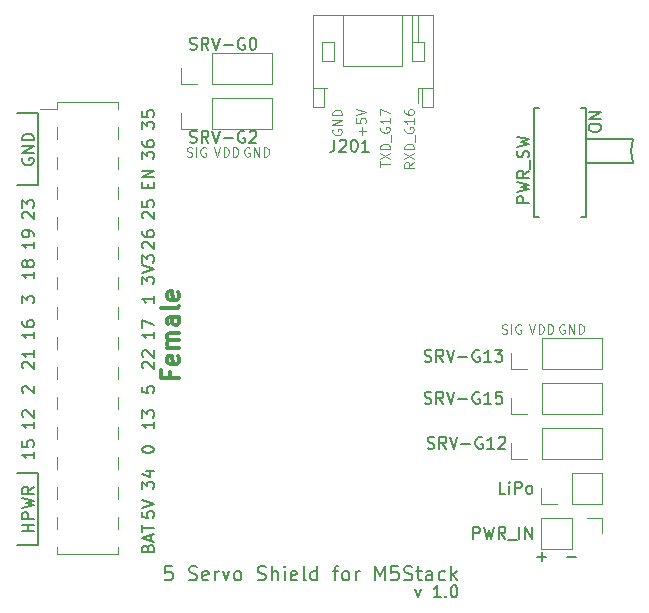
<source format=gto>
G04 #@! TF.GenerationSoftware,KiCad,Pcbnew,(5.1.8-0-10_14)*
G04 #@! TF.CreationDate,2022-01-15T10:54:34+09:00*
G04 #@! TF.ProjectId,M5_DirectServo,4d355f44-6972-4656-9374-536572766f2e,v1.0*
G04 #@! TF.SameCoordinates,Original*
G04 #@! TF.FileFunction,Legend,Top*
G04 #@! TF.FilePolarity,Positive*
%FSLAX46Y46*%
G04 Gerber Fmt 4.6, Leading zero omitted, Abs format (unit mm)*
G04 Created by KiCad (PCBNEW (5.1.8-0-10_14)) date 2022-01-15 10:54:34*
%MOMM*%
%LPD*%
G01*
G04 APERTURE LIST*
%ADD10C,0.100000*%
%ADD11C,0.150000*%
%ADD12C,0.300000*%
%ADD13C,0.200000*%
%ADD14C,0.120000*%
%ADD15O,1.200000X1.750000*%
%ADD16R,3.500000X2.800000*%
%ADD17R,1.350000X1.350000*%
%ADD18O,1.350000X1.350000*%
%ADD19R,1.700000X1.700000*%
%ADD20O,1.700000X1.700000*%
%ADD21C,1.700000*%
%ADD22C,1.000000*%
%ADD23C,0.800000*%
%ADD24R,3.150000X1.000000*%
%ADD25C,3.200000*%
%ADD26C,2.200000*%
G04 APERTURE END LIST*
D10*
X123710476Y-92722000D02*
X123634285Y-92683904D01*
X123520000Y-92683904D01*
X123405714Y-92722000D01*
X123329523Y-92798190D01*
X123291428Y-92874380D01*
X123253333Y-93026761D01*
X123253333Y-93141047D01*
X123291428Y-93293428D01*
X123329523Y-93369619D01*
X123405714Y-93445809D01*
X123520000Y-93483904D01*
X123596190Y-93483904D01*
X123710476Y-93445809D01*
X123748571Y-93407714D01*
X123748571Y-93141047D01*
X123596190Y-93141047D01*
X124091428Y-93483904D02*
X124091428Y-92683904D01*
X124548571Y-93483904D01*
X124548571Y-92683904D01*
X124929523Y-93483904D02*
X124929523Y-92683904D01*
X125120000Y-92683904D01*
X125234285Y-92722000D01*
X125310476Y-92798190D01*
X125348571Y-92874380D01*
X125386666Y-93026761D01*
X125386666Y-93141047D01*
X125348571Y-93293428D01*
X125310476Y-93369619D01*
X125234285Y-93445809D01*
X125120000Y-93483904D01*
X124929523Y-93483904D01*
X120713333Y-92683904D02*
X120980000Y-93483904D01*
X121246666Y-92683904D01*
X121513333Y-93483904D02*
X121513333Y-92683904D01*
X121703809Y-92683904D01*
X121818095Y-92722000D01*
X121894285Y-92798190D01*
X121932380Y-92874380D01*
X121970476Y-93026761D01*
X121970476Y-93141047D01*
X121932380Y-93293428D01*
X121894285Y-93369619D01*
X121818095Y-93445809D01*
X121703809Y-93483904D01*
X121513333Y-93483904D01*
X122313333Y-93483904D02*
X122313333Y-92683904D01*
X122503809Y-92683904D01*
X122618095Y-92722000D01*
X122694285Y-92798190D01*
X122732380Y-92874380D01*
X122770476Y-93026761D01*
X122770476Y-93141047D01*
X122732380Y-93293428D01*
X122694285Y-93369619D01*
X122618095Y-93445809D01*
X122503809Y-93483904D01*
X122313333Y-93483904D01*
X118420952Y-93445809D02*
X118535238Y-93483904D01*
X118725714Y-93483904D01*
X118801904Y-93445809D01*
X118840000Y-93407714D01*
X118878095Y-93331523D01*
X118878095Y-93255333D01*
X118840000Y-93179142D01*
X118801904Y-93141047D01*
X118725714Y-93102952D01*
X118573333Y-93064857D01*
X118497142Y-93026761D01*
X118459047Y-92988666D01*
X118420952Y-92912476D01*
X118420952Y-92836285D01*
X118459047Y-92760095D01*
X118497142Y-92722000D01*
X118573333Y-92683904D01*
X118763809Y-92683904D01*
X118878095Y-92722000D01*
X119220952Y-93483904D02*
X119220952Y-92683904D01*
X120020952Y-92722000D02*
X119944761Y-92683904D01*
X119830476Y-92683904D01*
X119716190Y-92722000D01*
X119640000Y-92798190D01*
X119601904Y-92874380D01*
X119563809Y-93026761D01*
X119563809Y-93141047D01*
X119601904Y-93293428D01*
X119640000Y-93369619D01*
X119716190Y-93445809D01*
X119830476Y-93483904D01*
X119906666Y-93483904D01*
X120020952Y-93445809D01*
X120059047Y-93407714D01*
X120059047Y-93141047D01*
X119906666Y-93141047D01*
D11*
X151370952Y-127340571D02*
X150609047Y-127340571D01*
X148830952Y-127340571D02*
X148069047Y-127340571D01*
X148450000Y-126959619D02*
X148450000Y-127721523D01*
D10*
X130778000Y-91191523D02*
X130739904Y-91267714D01*
X130739904Y-91382000D01*
X130778000Y-91496285D01*
X130854190Y-91572476D01*
X130930380Y-91610571D01*
X131082761Y-91648666D01*
X131197047Y-91648666D01*
X131349428Y-91610571D01*
X131425619Y-91572476D01*
X131501809Y-91496285D01*
X131539904Y-91382000D01*
X131539904Y-91305809D01*
X131501809Y-91191523D01*
X131463714Y-91153428D01*
X131197047Y-91153428D01*
X131197047Y-91305809D01*
X131539904Y-90810571D02*
X130739904Y-90810571D01*
X131539904Y-90353428D01*
X130739904Y-90353428D01*
X131539904Y-89972476D02*
X130739904Y-89972476D01*
X130739904Y-89782000D01*
X130778000Y-89667714D01*
X130854190Y-89591523D01*
X130930380Y-89553428D01*
X131082761Y-89515333D01*
X131197047Y-89515333D01*
X131349428Y-89553428D01*
X131425619Y-89591523D01*
X131501809Y-89667714D01*
X131539904Y-89782000D01*
X131539904Y-89972476D01*
X133267142Y-91610571D02*
X133267142Y-91001047D01*
X133571904Y-91305809D02*
X132962380Y-91305809D01*
X132771904Y-90239142D02*
X132771904Y-90620095D01*
X133152857Y-90658190D01*
X133114761Y-90620095D01*
X133076666Y-90543904D01*
X133076666Y-90353428D01*
X133114761Y-90277238D01*
X133152857Y-90239142D01*
X133229047Y-90201047D01*
X133419523Y-90201047D01*
X133495714Y-90239142D01*
X133533809Y-90277238D01*
X133571904Y-90353428D01*
X133571904Y-90543904D01*
X133533809Y-90620095D01*
X133495714Y-90658190D01*
X132771904Y-89972476D02*
X133571904Y-89705809D01*
X132771904Y-89439142D01*
X134803904Y-94328190D02*
X134803904Y-93871047D01*
X135603904Y-94099619D02*
X134803904Y-94099619D01*
X134803904Y-93680571D02*
X135603904Y-93147238D01*
X134803904Y-93147238D02*
X135603904Y-93680571D01*
X135603904Y-92842476D02*
X134803904Y-92842476D01*
X134803904Y-92652000D01*
X134842000Y-92537714D01*
X134918190Y-92461523D01*
X134994380Y-92423428D01*
X135146761Y-92385333D01*
X135261047Y-92385333D01*
X135413428Y-92423428D01*
X135489619Y-92461523D01*
X135565809Y-92537714D01*
X135603904Y-92652000D01*
X135603904Y-92842476D01*
X135680095Y-92232952D02*
X135680095Y-91623428D01*
X134842000Y-91013904D02*
X134803904Y-91090095D01*
X134803904Y-91204380D01*
X134842000Y-91318666D01*
X134918190Y-91394857D01*
X134994380Y-91432952D01*
X135146761Y-91471047D01*
X135261047Y-91471047D01*
X135413428Y-91432952D01*
X135489619Y-91394857D01*
X135565809Y-91318666D01*
X135603904Y-91204380D01*
X135603904Y-91128190D01*
X135565809Y-91013904D01*
X135527714Y-90975809D01*
X135261047Y-90975809D01*
X135261047Y-91128190D01*
X135603904Y-90213904D02*
X135603904Y-90671047D01*
X135603904Y-90442476D02*
X134803904Y-90442476D01*
X134918190Y-90518666D01*
X134994380Y-90594857D01*
X135032476Y-90671047D01*
X134803904Y-89947238D02*
X134803904Y-89413904D01*
X135603904Y-89756761D01*
X137635904Y-93979000D02*
X137254952Y-94245666D01*
X137635904Y-94436142D02*
X136835904Y-94436142D01*
X136835904Y-94131380D01*
X136874000Y-94055190D01*
X136912095Y-94017095D01*
X136988285Y-93979000D01*
X137102571Y-93979000D01*
X137178761Y-94017095D01*
X137216857Y-94055190D01*
X137254952Y-94131380D01*
X137254952Y-94436142D01*
X136835904Y-93712333D02*
X137635904Y-93179000D01*
X136835904Y-93179000D02*
X137635904Y-93712333D01*
X137635904Y-92874238D02*
X136835904Y-92874238D01*
X136835904Y-92683761D01*
X136874000Y-92569476D01*
X136950190Y-92493285D01*
X137026380Y-92455190D01*
X137178761Y-92417095D01*
X137293047Y-92417095D01*
X137445428Y-92455190D01*
X137521619Y-92493285D01*
X137597809Y-92569476D01*
X137635904Y-92683761D01*
X137635904Y-92874238D01*
X137712095Y-92264714D02*
X137712095Y-91655190D01*
X136874000Y-91045666D02*
X136835904Y-91121857D01*
X136835904Y-91236142D01*
X136874000Y-91350428D01*
X136950190Y-91426619D01*
X137026380Y-91464714D01*
X137178761Y-91502809D01*
X137293047Y-91502809D01*
X137445428Y-91464714D01*
X137521619Y-91426619D01*
X137597809Y-91350428D01*
X137635904Y-91236142D01*
X137635904Y-91159952D01*
X137597809Y-91045666D01*
X137559714Y-91007571D01*
X137293047Y-91007571D01*
X137293047Y-91159952D01*
X137635904Y-90245666D02*
X137635904Y-90702809D01*
X137635904Y-90474238D02*
X136835904Y-90474238D01*
X136950190Y-90550428D01*
X137026380Y-90626619D01*
X137064476Y-90702809D01*
X136835904Y-89559952D02*
X136835904Y-89712333D01*
X136874000Y-89788523D01*
X136912095Y-89826619D01*
X137026380Y-89902809D01*
X137178761Y-89940904D01*
X137483523Y-89940904D01*
X137559714Y-89902809D01*
X137597809Y-89864714D01*
X137635904Y-89788523D01*
X137635904Y-89636142D01*
X137597809Y-89559952D01*
X137559714Y-89521857D01*
X137483523Y-89483761D01*
X137293047Y-89483761D01*
X137216857Y-89521857D01*
X137178761Y-89559952D01*
X137140666Y-89636142D01*
X137140666Y-89788523D01*
X137178761Y-89864714D01*
X137216857Y-89902809D01*
X137293047Y-89940904D01*
X145090952Y-108431809D02*
X145205238Y-108469904D01*
X145395714Y-108469904D01*
X145471904Y-108431809D01*
X145510000Y-108393714D01*
X145548095Y-108317523D01*
X145548095Y-108241333D01*
X145510000Y-108165142D01*
X145471904Y-108127047D01*
X145395714Y-108088952D01*
X145243333Y-108050857D01*
X145167142Y-108012761D01*
X145129047Y-107974666D01*
X145090952Y-107898476D01*
X145090952Y-107822285D01*
X145129047Y-107746095D01*
X145167142Y-107708000D01*
X145243333Y-107669904D01*
X145433809Y-107669904D01*
X145548095Y-107708000D01*
X145890952Y-108469904D02*
X145890952Y-107669904D01*
X146690952Y-107708000D02*
X146614761Y-107669904D01*
X146500476Y-107669904D01*
X146386190Y-107708000D01*
X146310000Y-107784190D01*
X146271904Y-107860380D01*
X146233809Y-108012761D01*
X146233809Y-108127047D01*
X146271904Y-108279428D01*
X146310000Y-108355619D01*
X146386190Y-108431809D01*
X146500476Y-108469904D01*
X146576666Y-108469904D01*
X146690952Y-108431809D01*
X146729047Y-108393714D01*
X146729047Y-108127047D01*
X146576666Y-108127047D01*
X147383333Y-107669904D02*
X147650000Y-108469904D01*
X147916666Y-107669904D01*
X148183333Y-108469904D02*
X148183333Y-107669904D01*
X148373809Y-107669904D01*
X148488095Y-107708000D01*
X148564285Y-107784190D01*
X148602380Y-107860380D01*
X148640476Y-108012761D01*
X148640476Y-108127047D01*
X148602380Y-108279428D01*
X148564285Y-108355619D01*
X148488095Y-108431809D01*
X148373809Y-108469904D01*
X148183333Y-108469904D01*
X148983333Y-108469904D02*
X148983333Y-107669904D01*
X149173809Y-107669904D01*
X149288095Y-107708000D01*
X149364285Y-107784190D01*
X149402380Y-107860380D01*
X149440476Y-108012761D01*
X149440476Y-108127047D01*
X149402380Y-108279428D01*
X149364285Y-108355619D01*
X149288095Y-108431809D01*
X149173809Y-108469904D01*
X148983333Y-108469904D01*
X150380476Y-107708000D02*
X150304285Y-107669904D01*
X150190000Y-107669904D01*
X150075714Y-107708000D01*
X149999523Y-107784190D01*
X149961428Y-107860380D01*
X149923333Y-108012761D01*
X149923333Y-108127047D01*
X149961428Y-108279428D01*
X149999523Y-108355619D01*
X150075714Y-108431809D01*
X150190000Y-108469904D01*
X150266190Y-108469904D01*
X150380476Y-108431809D01*
X150418571Y-108393714D01*
X150418571Y-108127047D01*
X150266190Y-108127047D01*
X150761428Y-108469904D02*
X150761428Y-107669904D01*
X151218571Y-108469904D01*
X151218571Y-107669904D01*
X151599523Y-108469904D02*
X151599523Y-107669904D01*
X151790000Y-107669904D01*
X151904285Y-107708000D01*
X151980476Y-107784190D01*
X152018571Y-107860380D01*
X152056666Y-108012761D01*
X152056666Y-108127047D01*
X152018571Y-108279428D01*
X151980476Y-108355619D01*
X151904285Y-108431809D01*
X151790000Y-108469904D01*
X151599523Y-108469904D01*
D12*
X116973857Y-111758857D02*
X116973857Y-112258857D01*
X117759571Y-112258857D02*
X116259571Y-112258857D01*
X116259571Y-111544571D01*
X117688142Y-110401714D02*
X117759571Y-110544571D01*
X117759571Y-110830285D01*
X117688142Y-110973142D01*
X117545285Y-111044571D01*
X116973857Y-111044571D01*
X116831000Y-110973142D01*
X116759571Y-110830285D01*
X116759571Y-110544571D01*
X116831000Y-110401714D01*
X116973857Y-110330285D01*
X117116714Y-110330285D01*
X117259571Y-111044571D01*
X117759571Y-109687428D02*
X116759571Y-109687428D01*
X116902428Y-109687428D02*
X116831000Y-109616000D01*
X116759571Y-109473142D01*
X116759571Y-109258857D01*
X116831000Y-109116000D01*
X116973857Y-109044571D01*
X117759571Y-109044571D01*
X116973857Y-109044571D02*
X116831000Y-108973142D01*
X116759571Y-108830285D01*
X116759571Y-108616000D01*
X116831000Y-108473142D01*
X116973857Y-108401714D01*
X117759571Y-108401714D01*
X117759571Y-107044571D02*
X116973857Y-107044571D01*
X116831000Y-107116000D01*
X116759571Y-107258857D01*
X116759571Y-107544571D01*
X116831000Y-107687428D01*
X117688142Y-107044571D02*
X117759571Y-107187428D01*
X117759571Y-107544571D01*
X117688142Y-107687428D01*
X117545285Y-107758857D01*
X117402428Y-107758857D01*
X117259571Y-107687428D01*
X117188142Y-107544571D01*
X117188142Y-107187428D01*
X117116714Y-107044571D01*
X117759571Y-106116000D02*
X117688142Y-106258857D01*
X117545285Y-106330285D01*
X116259571Y-106330285D01*
X117688142Y-104973142D02*
X117759571Y-105116000D01*
X117759571Y-105401714D01*
X117688142Y-105544571D01*
X117545285Y-105616000D01*
X116973857Y-105616000D01*
X116831000Y-105544571D01*
X116759571Y-105401714D01*
X116759571Y-105116000D01*
X116831000Y-104973142D01*
X116973857Y-104901714D01*
X117116714Y-104901714D01*
X117259571Y-105616000D01*
D11*
X152452380Y-91119047D02*
X152452380Y-90928571D01*
X152500000Y-90833333D01*
X152595238Y-90738095D01*
X152785714Y-90690476D01*
X153119047Y-90690476D01*
X153309523Y-90738095D01*
X153404761Y-90833333D01*
X153452380Y-90928571D01*
X153452380Y-91119047D01*
X153404761Y-91214285D01*
X153309523Y-91309523D01*
X153119047Y-91357142D01*
X152785714Y-91357142D01*
X152595238Y-91309523D01*
X152500000Y-91214285D01*
X152452380Y-91119047D01*
X153452380Y-90261904D02*
X152452380Y-90261904D01*
X153452380Y-89690476D01*
X152452380Y-89690476D01*
D13*
X137750476Y-130118714D02*
X137988571Y-130785380D01*
X138226666Y-130118714D01*
X139893333Y-130785380D02*
X139321904Y-130785380D01*
X139607619Y-130785380D02*
X139607619Y-129785380D01*
X139512380Y-129928238D01*
X139417142Y-130023476D01*
X139321904Y-130071095D01*
X140321904Y-130690142D02*
X140369523Y-130737761D01*
X140321904Y-130785380D01*
X140274285Y-130737761D01*
X140321904Y-130690142D01*
X140321904Y-130785380D01*
X140988571Y-129785380D02*
X141083809Y-129785380D01*
X141179047Y-129833000D01*
X141226666Y-129880619D01*
X141274285Y-129975857D01*
X141321904Y-130166333D01*
X141321904Y-130404428D01*
X141274285Y-130594904D01*
X141226666Y-130690142D01*
X141179047Y-130737761D01*
X141083809Y-130785380D01*
X140988571Y-130785380D01*
X140893333Y-130737761D01*
X140845714Y-130690142D01*
X140798095Y-130594904D01*
X140750476Y-130404428D01*
X140750476Y-130166333D01*
X140798095Y-129975857D01*
X140845714Y-129880619D01*
X140893333Y-129833000D01*
X140988571Y-129785380D01*
X117149142Y-128151857D02*
X116577714Y-128151857D01*
X116520571Y-128723285D01*
X116577714Y-128666142D01*
X116692000Y-128609000D01*
X116977714Y-128609000D01*
X117092000Y-128666142D01*
X117149142Y-128723285D01*
X117206285Y-128837571D01*
X117206285Y-129123285D01*
X117149142Y-129237571D01*
X117092000Y-129294714D01*
X116977714Y-129351857D01*
X116692000Y-129351857D01*
X116577714Y-129294714D01*
X116520571Y-129237571D01*
X118577714Y-129294714D02*
X118749142Y-129351857D01*
X119034857Y-129351857D01*
X119149142Y-129294714D01*
X119206285Y-129237571D01*
X119263428Y-129123285D01*
X119263428Y-129009000D01*
X119206285Y-128894714D01*
X119149142Y-128837571D01*
X119034857Y-128780428D01*
X118806285Y-128723285D01*
X118692000Y-128666142D01*
X118634857Y-128609000D01*
X118577714Y-128494714D01*
X118577714Y-128380428D01*
X118634857Y-128266142D01*
X118692000Y-128209000D01*
X118806285Y-128151857D01*
X119092000Y-128151857D01*
X119263428Y-128209000D01*
X120234857Y-129294714D02*
X120120571Y-129351857D01*
X119892000Y-129351857D01*
X119777714Y-129294714D01*
X119720571Y-129180428D01*
X119720571Y-128723285D01*
X119777714Y-128609000D01*
X119892000Y-128551857D01*
X120120571Y-128551857D01*
X120234857Y-128609000D01*
X120292000Y-128723285D01*
X120292000Y-128837571D01*
X119720571Y-128951857D01*
X120806285Y-129351857D02*
X120806285Y-128551857D01*
X120806285Y-128780428D02*
X120863428Y-128666142D01*
X120920571Y-128609000D01*
X121034857Y-128551857D01*
X121149142Y-128551857D01*
X121434857Y-128551857D02*
X121720571Y-129351857D01*
X122006285Y-128551857D01*
X122634857Y-129351857D02*
X122520571Y-129294714D01*
X122463428Y-129237571D01*
X122406285Y-129123285D01*
X122406285Y-128780428D01*
X122463428Y-128666142D01*
X122520571Y-128609000D01*
X122634857Y-128551857D01*
X122806285Y-128551857D01*
X122920571Y-128609000D01*
X122977714Y-128666142D01*
X123034857Y-128780428D01*
X123034857Y-129123285D01*
X122977714Y-129237571D01*
X122920571Y-129294714D01*
X122806285Y-129351857D01*
X122634857Y-129351857D01*
X124406285Y-129294714D02*
X124577714Y-129351857D01*
X124863428Y-129351857D01*
X124977714Y-129294714D01*
X125034857Y-129237571D01*
X125092000Y-129123285D01*
X125092000Y-129009000D01*
X125034857Y-128894714D01*
X124977714Y-128837571D01*
X124863428Y-128780428D01*
X124634857Y-128723285D01*
X124520571Y-128666142D01*
X124463428Y-128609000D01*
X124406285Y-128494714D01*
X124406285Y-128380428D01*
X124463428Y-128266142D01*
X124520571Y-128209000D01*
X124634857Y-128151857D01*
X124920571Y-128151857D01*
X125092000Y-128209000D01*
X125606285Y-129351857D02*
X125606285Y-128151857D01*
X126120571Y-129351857D02*
X126120571Y-128723285D01*
X126063428Y-128609000D01*
X125949142Y-128551857D01*
X125777714Y-128551857D01*
X125663428Y-128609000D01*
X125606285Y-128666142D01*
X126692000Y-129351857D02*
X126692000Y-128551857D01*
X126692000Y-128151857D02*
X126634857Y-128209000D01*
X126692000Y-128266142D01*
X126749142Y-128209000D01*
X126692000Y-128151857D01*
X126692000Y-128266142D01*
X127720571Y-129294714D02*
X127606285Y-129351857D01*
X127377714Y-129351857D01*
X127263428Y-129294714D01*
X127206285Y-129180428D01*
X127206285Y-128723285D01*
X127263428Y-128609000D01*
X127377714Y-128551857D01*
X127606285Y-128551857D01*
X127720571Y-128609000D01*
X127777714Y-128723285D01*
X127777714Y-128837571D01*
X127206285Y-128951857D01*
X128463428Y-129351857D02*
X128349142Y-129294714D01*
X128292000Y-129180428D01*
X128292000Y-128151857D01*
X129434857Y-129351857D02*
X129434857Y-128151857D01*
X129434857Y-129294714D02*
X129320571Y-129351857D01*
X129092000Y-129351857D01*
X128977714Y-129294714D01*
X128920571Y-129237571D01*
X128863428Y-129123285D01*
X128863428Y-128780428D01*
X128920571Y-128666142D01*
X128977714Y-128609000D01*
X129092000Y-128551857D01*
X129320571Y-128551857D01*
X129434857Y-128609000D01*
X130749142Y-128551857D02*
X131206285Y-128551857D01*
X130920571Y-129351857D02*
X130920571Y-128323285D01*
X130977714Y-128209000D01*
X131092000Y-128151857D01*
X131206285Y-128151857D01*
X131777714Y-129351857D02*
X131663428Y-129294714D01*
X131606285Y-129237571D01*
X131549142Y-129123285D01*
X131549142Y-128780428D01*
X131606285Y-128666142D01*
X131663428Y-128609000D01*
X131777714Y-128551857D01*
X131949142Y-128551857D01*
X132063428Y-128609000D01*
X132120571Y-128666142D01*
X132177714Y-128780428D01*
X132177714Y-129123285D01*
X132120571Y-129237571D01*
X132063428Y-129294714D01*
X131949142Y-129351857D01*
X131777714Y-129351857D01*
X132692000Y-129351857D02*
X132692000Y-128551857D01*
X132692000Y-128780428D02*
X132749142Y-128666142D01*
X132806285Y-128609000D01*
X132920571Y-128551857D01*
X133034857Y-128551857D01*
X134349142Y-129351857D02*
X134349142Y-128151857D01*
X134749142Y-129009000D01*
X135149142Y-128151857D01*
X135149142Y-129351857D01*
X136292000Y-128151857D02*
X135720571Y-128151857D01*
X135663428Y-128723285D01*
X135720571Y-128666142D01*
X135834857Y-128609000D01*
X136120571Y-128609000D01*
X136234857Y-128666142D01*
X136292000Y-128723285D01*
X136349142Y-128837571D01*
X136349142Y-129123285D01*
X136292000Y-129237571D01*
X136234857Y-129294714D01*
X136120571Y-129351857D01*
X135834857Y-129351857D01*
X135720571Y-129294714D01*
X135663428Y-129237571D01*
X136806285Y-129294714D02*
X136977714Y-129351857D01*
X137263428Y-129351857D01*
X137377714Y-129294714D01*
X137434857Y-129237571D01*
X137492000Y-129123285D01*
X137492000Y-129009000D01*
X137434857Y-128894714D01*
X137377714Y-128837571D01*
X137263428Y-128780428D01*
X137034857Y-128723285D01*
X136920571Y-128666142D01*
X136863428Y-128609000D01*
X136806285Y-128494714D01*
X136806285Y-128380428D01*
X136863428Y-128266142D01*
X136920571Y-128209000D01*
X137034857Y-128151857D01*
X137320571Y-128151857D01*
X137492000Y-128209000D01*
X137834857Y-128551857D02*
X138292000Y-128551857D01*
X138006285Y-128151857D02*
X138006285Y-129180428D01*
X138063428Y-129294714D01*
X138177714Y-129351857D01*
X138292000Y-129351857D01*
X139206285Y-129351857D02*
X139206285Y-128723285D01*
X139149142Y-128609000D01*
X139034857Y-128551857D01*
X138806285Y-128551857D01*
X138692000Y-128609000D01*
X139206285Y-129294714D02*
X139092000Y-129351857D01*
X138806285Y-129351857D01*
X138692000Y-129294714D01*
X138634857Y-129180428D01*
X138634857Y-129066142D01*
X138692000Y-128951857D01*
X138806285Y-128894714D01*
X139092000Y-128894714D01*
X139206285Y-128837571D01*
X140292000Y-129294714D02*
X140177714Y-129351857D01*
X139949142Y-129351857D01*
X139834857Y-129294714D01*
X139777714Y-129237571D01*
X139720571Y-129123285D01*
X139720571Y-128780428D01*
X139777714Y-128666142D01*
X139834857Y-128609000D01*
X139949142Y-128551857D01*
X140177714Y-128551857D01*
X140292000Y-128609000D01*
X140806285Y-129351857D02*
X140806285Y-128151857D01*
X140920571Y-128894714D02*
X141263428Y-129351857D01*
X141263428Y-128551857D02*
X140806285Y-129009000D01*
X115104571Y-126626095D02*
X115152190Y-126483238D01*
X115199809Y-126435619D01*
X115295047Y-126388000D01*
X115437904Y-126388000D01*
X115533142Y-126435619D01*
X115580761Y-126483238D01*
X115628380Y-126578476D01*
X115628380Y-126959428D01*
X114628380Y-126959428D01*
X114628380Y-126626095D01*
X114676000Y-126530857D01*
X114723619Y-126483238D01*
X114818857Y-126435619D01*
X114914095Y-126435619D01*
X115009333Y-126483238D01*
X115056952Y-126530857D01*
X115104571Y-126626095D01*
X115104571Y-126959428D01*
X115342666Y-126007047D02*
X115342666Y-125530857D01*
X115628380Y-126102285D02*
X114628380Y-125768952D01*
X115628380Y-125435619D01*
X114628380Y-125245142D02*
X114628380Y-124673714D01*
X115628380Y-124959428D02*
X114628380Y-124959428D01*
X114628380Y-123538476D02*
X114628380Y-124014666D01*
X115104571Y-124062285D01*
X115056952Y-124014666D01*
X115009333Y-123919428D01*
X115009333Y-123681333D01*
X115056952Y-123586095D01*
X115104571Y-123538476D01*
X115199809Y-123490857D01*
X115437904Y-123490857D01*
X115533142Y-123538476D01*
X115580761Y-123586095D01*
X115628380Y-123681333D01*
X115628380Y-123919428D01*
X115580761Y-124014666D01*
X115533142Y-124062285D01*
X114628380Y-123205142D02*
X115628380Y-122871809D01*
X114628380Y-122538476D01*
X114628380Y-121617523D02*
X114628380Y-120998476D01*
X115009333Y-121331809D01*
X115009333Y-121188952D01*
X115056952Y-121093714D01*
X115104571Y-121046095D01*
X115199809Y-120998476D01*
X115437904Y-120998476D01*
X115533142Y-121046095D01*
X115580761Y-121093714D01*
X115628380Y-121188952D01*
X115628380Y-121474666D01*
X115580761Y-121569904D01*
X115533142Y-121617523D01*
X114961714Y-120141333D02*
X115628380Y-120141333D01*
X114580761Y-120379428D02*
X115295047Y-120617523D01*
X115295047Y-119998476D01*
X114628380Y-118315619D02*
X114628380Y-118220380D01*
X114676000Y-118125142D01*
X114723619Y-118077523D01*
X114818857Y-118029904D01*
X115009333Y-117982285D01*
X115247428Y-117982285D01*
X115437904Y-118029904D01*
X115533142Y-118077523D01*
X115580761Y-118125142D01*
X115628380Y-118220380D01*
X115628380Y-118315619D01*
X115580761Y-118410857D01*
X115533142Y-118458476D01*
X115437904Y-118506095D01*
X115247428Y-118553714D01*
X115009333Y-118553714D01*
X114818857Y-118506095D01*
X114723619Y-118458476D01*
X114676000Y-118410857D01*
X114628380Y-118315619D01*
X115628380Y-115918476D02*
X115628380Y-116489904D01*
X115628380Y-116204190D02*
X114628380Y-116204190D01*
X114771238Y-116299428D01*
X114866476Y-116394666D01*
X114914095Y-116489904D01*
X114628380Y-115585142D02*
X114628380Y-114966095D01*
X115009333Y-115299428D01*
X115009333Y-115156571D01*
X115056952Y-115061333D01*
X115104571Y-115013714D01*
X115199809Y-114966095D01*
X115437904Y-114966095D01*
X115533142Y-115013714D01*
X115580761Y-115061333D01*
X115628380Y-115156571D01*
X115628380Y-115442285D01*
X115580761Y-115537523D01*
X115533142Y-115585142D01*
X114628380Y-112949904D02*
X114628380Y-113426095D01*
X115104571Y-113473714D01*
X115056952Y-113426095D01*
X115009333Y-113330857D01*
X115009333Y-113092761D01*
X115056952Y-112997523D01*
X115104571Y-112949904D01*
X115199809Y-112902285D01*
X115437904Y-112902285D01*
X115533142Y-112949904D01*
X115580761Y-112997523D01*
X115628380Y-113092761D01*
X115628380Y-113330857D01*
X115580761Y-113426095D01*
X115533142Y-113473714D01*
X114723619Y-111409904D02*
X114676000Y-111362285D01*
X114628380Y-111267047D01*
X114628380Y-111028952D01*
X114676000Y-110933714D01*
X114723619Y-110886095D01*
X114818857Y-110838476D01*
X114914095Y-110838476D01*
X115056952Y-110886095D01*
X115628380Y-111457523D01*
X115628380Y-110838476D01*
X114723619Y-110457523D02*
X114676000Y-110409904D01*
X114628380Y-110314666D01*
X114628380Y-110076571D01*
X114676000Y-109981333D01*
X114723619Y-109933714D01*
X114818857Y-109886095D01*
X114914095Y-109886095D01*
X115056952Y-109933714D01*
X115628380Y-110505142D01*
X115628380Y-109886095D01*
X115628380Y-108298476D02*
X115628380Y-108869904D01*
X115628380Y-108584190D02*
X114628380Y-108584190D01*
X114771238Y-108679428D01*
X114866476Y-108774666D01*
X114914095Y-108869904D01*
X114628380Y-107965142D02*
X114628380Y-107298476D01*
X115628380Y-107727047D01*
X115628380Y-105282285D02*
X115628380Y-105853714D01*
X115628380Y-105568000D02*
X114628380Y-105568000D01*
X114771238Y-105663238D01*
X114866476Y-105758476D01*
X114914095Y-105853714D01*
X114628380Y-104266095D02*
X114628380Y-103647047D01*
X115009333Y-103980380D01*
X115009333Y-103837523D01*
X115056952Y-103742285D01*
X115104571Y-103694666D01*
X115199809Y-103647047D01*
X115437904Y-103647047D01*
X115533142Y-103694666D01*
X115580761Y-103742285D01*
X115628380Y-103837523D01*
X115628380Y-104123238D01*
X115580761Y-104218476D01*
X115533142Y-104266095D01*
X114628380Y-103361333D02*
X115628380Y-103028000D01*
X114628380Y-102694666D01*
X114628380Y-102456571D02*
X114628380Y-101837523D01*
X115009333Y-102170857D01*
X115009333Y-102028000D01*
X115056952Y-101932761D01*
X115104571Y-101885142D01*
X115199809Y-101837523D01*
X115437904Y-101837523D01*
X115533142Y-101885142D01*
X115580761Y-101932761D01*
X115628380Y-102028000D01*
X115628380Y-102313714D01*
X115580761Y-102408952D01*
X115533142Y-102456571D01*
X114723619Y-101249904D02*
X114676000Y-101202285D01*
X114628380Y-101107047D01*
X114628380Y-100868952D01*
X114676000Y-100773714D01*
X114723619Y-100726095D01*
X114818857Y-100678476D01*
X114914095Y-100678476D01*
X115056952Y-100726095D01*
X115628380Y-101297523D01*
X115628380Y-100678476D01*
X114628380Y-99821333D02*
X114628380Y-100011809D01*
X114676000Y-100107047D01*
X114723619Y-100154666D01*
X114866476Y-100249904D01*
X115056952Y-100297523D01*
X115437904Y-100297523D01*
X115533142Y-100249904D01*
X115580761Y-100202285D01*
X115628380Y-100107047D01*
X115628380Y-99916571D01*
X115580761Y-99821333D01*
X115533142Y-99773714D01*
X115437904Y-99726095D01*
X115199809Y-99726095D01*
X115104571Y-99773714D01*
X115056952Y-99821333D01*
X115009333Y-99916571D01*
X115009333Y-100107047D01*
X115056952Y-100202285D01*
X115104571Y-100249904D01*
X115199809Y-100297523D01*
X114723619Y-98709904D02*
X114676000Y-98662285D01*
X114628380Y-98567047D01*
X114628380Y-98328952D01*
X114676000Y-98233714D01*
X114723619Y-98186095D01*
X114818857Y-98138476D01*
X114914095Y-98138476D01*
X115056952Y-98186095D01*
X115628380Y-98757523D01*
X115628380Y-98138476D01*
X114628380Y-97233714D02*
X114628380Y-97709904D01*
X115104571Y-97757523D01*
X115056952Y-97709904D01*
X115009333Y-97614666D01*
X115009333Y-97376571D01*
X115056952Y-97281333D01*
X115104571Y-97233714D01*
X115199809Y-97186095D01*
X115437904Y-97186095D01*
X115533142Y-97233714D01*
X115580761Y-97281333D01*
X115628380Y-97376571D01*
X115628380Y-97614666D01*
X115580761Y-97709904D01*
X115533142Y-97757523D01*
X115104571Y-96146095D02*
X115104571Y-95812761D01*
X115628380Y-95669904D02*
X115628380Y-96146095D01*
X114628380Y-96146095D01*
X114628380Y-95669904D01*
X115628380Y-95241333D02*
X114628380Y-95241333D01*
X115628380Y-94669904D01*
X114628380Y-94669904D01*
X114628380Y-93677523D02*
X114628380Y-93058476D01*
X115009333Y-93391809D01*
X115009333Y-93248952D01*
X115056952Y-93153714D01*
X115104571Y-93106095D01*
X115199809Y-93058476D01*
X115437904Y-93058476D01*
X115533142Y-93106095D01*
X115580761Y-93153714D01*
X115628380Y-93248952D01*
X115628380Y-93534666D01*
X115580761Y-93629904D01*
X115533142Y-93677523D01*
X114628380Y-92201333D02*
X114628380Y-92391809D01*
X114676000Y-92487047D01*
X114723619Y-92534666D01*
X114866476Y-92629904D01*
X115056952Y-92677523D01*
X115437904Y-92677523D01*
X115533142Y-92629904D01*
X115580761Y-92582285D01*
X115628380Y-92487047D01*
X115628380Y-92296571D01*
X115580761Y-92201333D01*
X115533142Y-92153714D01*
X115437904Y-92106095D01*
X115199809Y-92106095D01*
X115104571Y-92153714D01*
X115056952Y-92201333D01*
X115009333Y-92296571D01*
X115009333Y-92487047D01*
X115056952Y-92582285D01*
X115104571Y-92629904D01*
X115199809Y-92677523D01*
X114628380Y-91137523D02*
X114628380Y-90518476D01*
X115009333Y-90851809D01*
X115009333Y-90708952D01*
X115056952Y-90613714D01*
X115104571Y-90566095D01*
X115199809Y-90518476D01*
X115437904Y-90518476D01*
X115533142Y-90566095D01*
X115580761Y-90613714D01*
X115628380Y-90708952D01*
X115628380Y-90994666D01*
X115580761Y-91089904D01*
X115533142Y-91137523D01*
X114628380Y-89613714D02*
X114628380Y-90089904D01*
X115104571Y-90137523D01*
X115056952Y-90089904D01*
X115009333Y-89994666D01*
X115009333Y-89756571D01*
X115056952Y-89661333D01*
X115104571Y-89613714D01*
X115199809Y-89566095D01*
X115437904Y-89566095D01*
X115533142Y-89613714D01*
X115580761Y-89661333D01*
X115628380Y-89756571D01*
X115628380Y-89994666D01*
X115580761Y-90089904D01*
X115533142Y-90137523D01*
X105778000Y-126396000D02*
X104000000Y-126396000D01*
X105778000Y-120300000D02*
X105778000Y-126396000D01*
X104000000Y-120300000D02*
X105778000Y-120300000D01*
X105778000Y-89820000D02*
X105778000Y-95916000D01*
X105778000Y-95916000D02*
X104000000Y-95916000D01*
X104000000Y-89820000D02*
X105778000Y-89820000D01*
X105468380Y-125205142D02*
X104468380Y-125205142D01*
X104944571Y-125205142D02*
X104944571Y-124633714D01*
X105468380Y-124633714D02*
X104468380Y-124633714D01*
X105468380Y-124157523D02*
X104468380Y-124157523D01*
X104468380Y-123776571D01*
X104516000Y-123681333D01*
X104563619Y-123633714D01*
X104658857Y-123586095D01*
X104801714Y-123586095D01*
X104896952Y-123633714D01*
X104944571Y-123681333D01*
X104992190Y-123776571D01*
X104992190Y-124157523D01*
X104468380Y-123252761D02*
X105468380Y-123014666D01*
X104754095Y-122824190D01*
X105468380Y-122633714D01*
X104468380Y-122395619D01*
X105468380Y-121443238D02*
X104992190Y-121776571D01*
X105468380Y-122014666D02*
X104468380Y-122014666D01*
X104468380Y-121633714D01*
X104516000Y-121538476D01*
X104563619Y-121490857D01*
X104658857Y-121443238D01*
X104801714Y-121443238D01*
X104896952Y-121490857D01*
X104944571Y-121538476D01*
X104992190Y-121633714D01*
X104992190Y-122014666D01*
X105468380Y-118458476D02*
X105468380Y-119029904D01*
X105468380Y-118744190D02*
X104468380Y-118744190D01*
X104611238Y-118839428D01*
X104706476Y-118934666D01*
X104754095Y-119029904D01*
X104468380Y-117553714D02*
X104468380Y-118029904D01*
X104944571Y-118077523D01*
X104896952Y-118029904D01*
X104849333Y-117934666D01*
X104849333Y-117696571D01*
X104896952Y-117601333D01*
X104944571Y-117553714D01*
X105039809Y-117506095D01*
X105277904Y-117506095D01*
X105373142Y-117553714D01*
X105420761Y-117601333D01*
X105468380Y-117696571D01*
X105468380Y-117934666D01*
X105420761Y-118029904D01*
X105373142Y-118077523D01*
X105468380Y-115918476D02*
X105468380Y-116489904D01*
X105468380Y-116204190D02*
X104468380Y-116204190D01*
X104611238Y-116299428D01*
X104706476Y-116394666D01*
X104754095Y-116489904D01*
X104563619Y-115537523D02*
X104516000Y-115489904D01*
X104468380Y-115394666D01*
X104468380Y-115156571D01*
X104516000Y-115061333D01*
X104563619Y-115013714D01*
X104658857Y-114966095D01*
X104754095Y-114966095D01*
X104896952Y-115013714D01*
X105468380Y-115585142D01*
X105468380Y-114966095D01*
X104563619Y-113473714D02*
X104516000Y-113426095D01*
X104468380Y-113330857D01*
X104468380Y-113092761D01*
X104516000Y-112997523D01*
X104563619Y-112949904D01*
X104658857Y-112902285D01*
X104754095Y-112902285D01*
X104896952Y-112949904D01*
X105468380Y-113521333D01*
X105468380Y-112902285D01*
X104563619Y-111409904D02*
X104516000Y-111362285D01*
X104468380Y-111267047D01*
X104468380Y-111028952D01*
X104516000Y-110933714D01*
X104563619Y-110886095D01*
X104658857Y-110838476D01*
X104754095Y-110838476D01*
X104896952Y-110886095D01*
X105468380Y-111457523D01*
X105468380Y-110838476D01*
X105468380Y-109886095D02*
X105468380Y-110457523D01*
X105468380Y-110171809D02*
X104468380Y-110171809D01*
X104611238Y-110267047D01*
X104706476Y-110362285D01*
X104754095Y-110457523D01*
X105468380Y-108298476D02*
X105468380Y-108869904D01*
X105468380Y-108584190D02*
X104468380Y-108584190D01*
X104611238Y-108679428D01*
X104706476Y-108774666D01*
X104754095Y-108869904D01*
X104468380Y-107441333D02*
X104468380Y-107631809D01*
X104516000Y-107727047D01*
X104563619Y-107774666D01*
X104706476Y-107869904D01*
X104896952Y-107917523D01*
X105277904Y-107917523D01*
X105373142Y-107869904D01*
X105420761Y-107822285D01*
X105468380Y-107727047D01*
X105468380Y-107536571D01*
X105420761Y-107441333D01*
X105373142Y-107393714D01*
X105277904Y-107346095D01*
X105039809Y-107346095D01*
X104944571Y-107393714D01*
X104896952Y-107441333D01*
X104849333Y-107536571D01*
X104849333Y-107727047D01*
X104896952Y-107822285D01*
X104944571Y-107869904D01*
X105039809Y-107917523D01*
X104468380Y-105901333D02*
X104468380Y-105282285D01*
X104849333Y-105615619D01*
X104849333Y-105472761D01*
X104896952Y-105377523D01*
X104944571Y-105329904D01*
X105039809Y-105282285D01*
X105277904Y-105282285D01*
X105373142Y-105329904D01*
X105420761Y-105377523D01*
X105468380Y-105472761D01*
X105468380Y-105758476D01*
X105420761Y-105853714D01*
X105373142Y-105901333D01*
X105468380Y-103218476D02*
X105468380Y-103789904D01*
X105468380Y-103504190D02*
X104468380Y-103504190D01*
X104611238Y-103599428D01*
X104706476Y-103694666D01*
X104754095Y-103789904D01*
X104896952Y-102647047D02*
X104849333Y-102742285D01*
X104801714Y-102789904D01*
X104706476Y-102837523D01*
X104658857Y-102837523D01*
X104563619Y-102789904D01*
X104516000Y-102742285D01*
X104468380Y-102647047D01*
X104468380Y-102456571D01*
X104516000Y-102361333D01*
X104563619Y-102313714D01*
X104658857Y-102266095D01*
X104706476Y-102266095D01*
X104801714Y-102313714D01*
X104849333Y-102361333D01*
X104896952Y-102456571D01*
X104896952Y-102647047D01*
X104944571Y-102742285D01*
X104992190Y-102789904D01*
X105087428Y-102837523D01*
X105277904Y-102837523D01*
X105373142Y-102789904D01*
X105420761Y-102742285D01*
X105468380Y-102647047D01*
X105468380Y-102456571D01*
X105420761Y-102361333D01*
X105373142Y-102313714D01*
X105277904Y-102266095D01*
X105087428Y-102266095D01*
X104992190Y-102313714D01*
X104944571Y-102361333D01*
X104896952Y-102456571D01*
X105468380Y-100678476D02*
X105468380Y-101249904D01*
X105468380Y-100964190D02*
X104468380Y-100964190D01*
X104611238Y-101059428D01*
X104706476Y-101154666D01*
X104754095Y-101249904D01*
X105468380Y-100202285D02*
X105468380Y-100011809D01*
X105420761Y-99916571D01*
X105373142Y-99868952D01*
X105230285Y-99773714D01*
X105039809Y-99726095D01*
X104658857Y-99726095D01*
X104563619Y-99773714D01*
X104516000Y-99821333D01*
X104468380Y-99916571D01*
X104468380Y-100107047D01*
X104516000Y-100202285D01*
X104563619Y-100249904D01*
X104658857Y-100297523D01*
X104896952Y-100297523D01*
X104992190Y-100249904D01*
X105039809Y-100202285D01*
X105087428Y-100107047D01*
X105087428Y-99916571D01*
X105039809Y-99821333D01*
X104992190Y-99773714D01*
X104896952Y-99726095D01*
X104563619Y-98709904D02*
X104516000Y-98662285D01*
X104468380Y-98567047D01*
X104468380Y-98328952D01*
X104516000Y-98233714D01*
X104563619Y-98186095D01*
X104658857Y-98138476D01*
X104754095Y-98138476D01*
X104896952Y-98186095D01*
X105468380Y-98757523D01*
X105468380Y-98138476D01*
X104468380Y-97805142D02*
X104468380Y-97186095D01*
X104849333Y-97519428D01*
X104849333Y-97376571D01*
X104896952Y-97281333D01*
X104944571Y-97233714D01*
X105039809Y-97186095D01*
X105277904Y-97186095D01*
X105373142Y-97233714D01*
X105420761Y-97281333D01*
X105468380Y-97376571D01*
X105468380Y-97662285D01*
X105420761Y-97757523D01*
X105373142Y-97805142D01*
X104516000Y-93629904D02*
X104468380Y-93725142D01*
X104468380Y-93868000D01*
X104516000Y-94010857D01*
X104611238Y-94106095D01*
X104706476Y-94153714D01*
X104896952Y-94201333D01*
X105039809Y-94201333D01*
X105230285Y-94153714D01*
X105325523Y-94106095D01*
X105420761Y-94010857D01*
X105468380Y-93868000D01*
X105468380Y-93772761D01*
X105420761Y-93629904D01*
X105373142Y-93582285D01*
X105039809Y-93582285D01*
X105039809Y-93772761D01*
X105468380Y-93153714D02*
X104468380Y-93153714D01*
X105468380Y-92582285D01*
X104468380Y-92582285D01*
X105468380Y-92106095D02*
X104468380Y-92106095D01*
X104468380Y-91868000D01*
X104516000Y-91725142D01*
X104611238Y-91629904D01*
X104706476Y-91582285D01*
X104896952Y-91534666D01*
X105039809Y-91534666D01*
X105230285Y-91582285D01*
X105325523Y-91629904D01*
X105420761Y-91725142D01*
X105468380Y-91868000D01*
X105468380Y-92106095D01*
D14*
X138010000Y-87710000D02*
X138290000Y-87710000D01*
X138290000Y-87710000D02*
X138290000Y-89310000D01*
X138290000Y-89310000D02*
X139210000Y-89310000D01*
X139210000Y-89310000D02*
X139210000Y-81490000D01*
X139210000Y-81490000D02*
X129090000Y-81490000D01*
X129090000Y-81490000D02*
X129090000Y-89310000D01*
X129090000Y-89310000D02*
X130010000Y-89310000D01*
X130010000Y-89310000D02*
X130010000Y-87710000D01*
X130010000Y-87710000D02*
X130290000Y-87710000D01*
X136650000Y-81490000D02*
X136650000Y-85850000D01*
X136650000Y-85850000D02*
X131650000Y-85850000D01*
X131650000Y-85850000D02*
X131650000Y-81490000D01*
X139210000Y-87710000D02*
X138290000Y-87710000D01*
X129090000Y-87710000D02*
X130010000Y-87710000D01*
X138450000Y-85350000D02*
X138450000Y-83750000D01*
X138450000Y-83750000D02*
X137450000Y-83750000D01*
X137450000Y-83750000D02*
X137450000Y-85350000D01*
X137450000Y-85350000D02*
X138450000Y-85350000D01*
X129850000Y-85350000D02*
X129850000Y-83750000D01*
X129850000Y-83750000D02*
X130850000Y-83750000D01*
X130850000Y-83750000D02*
X130850000Y-85350000D01*
X130850000Y-85350000D02*
X129850000Y-85350000D01*
X137450000Y-83750000D02*
X137450000Y-81490000D01*
X137950000Y-83750000D02*
X137950000Y-81490000D01*
X138010000Y-87710000D02*
X138010000Y-88925000D01*
D11*
X147800000Y-89400000D02*
X147800000Y-98600000D01*
X152200000Y-89400000D02*
X152200000Y-98600000D01*
X148200000Y-98600000D02*
X147800000Y-98600000D01*
X151800000Y-98600000D02*
X152200000Y-98600000D01*
X151800000Y-89400000D02*
X152200000Y-89400000D01*
X148200000Y-89400000D02*
X147800000Y-89400000D01*
X152200000Y-94000000D02*
X156200000Y-94000000D01*
X156200000Y-94000000D02*
X156000000Y-93000000D01*
X156000000Y-93000000D02*
X156200000Y-92000000D01*
X152200000Y-92000000D02*
X156200000Y-92000000D01*
D14*
X148390000Y-124050000D02*
X148390000Y-126710000D01*
X150990000Y-124050000D02*
X148390000Y-124050000D01*
X150990000Y-126710000D02*
X148390000Y-126710000D01*
X150990000Y-124050000D02*
X150990000Y-126710000D01*
X152260000Y-124050000D02*
X153590000Y-124050000D01*
X153590000Y-124050000D02*
X153590000Y-125380000D01*
X148390000Y-122900000D02*
X148390000Y-121570000D01*
X149720000Y-122900000D02*
X148390000Y-122900000D01*
X150990000Y-122900000D02*
X150990000Y-120240000D01*
X150990000Y-120240000D02*
X153590000Y-120240000D01*
X150990000Y-122900000D02*
X153590000Y-122900000D01*
X153590000Y-122900000D02*
X153590000Y-120240000D01*
X117910000Y-87340000D02*
X117910000Y-86010000D01*
X119240000Y-87340000D02*
X117910000Y-87340000D01*
X120510000Y-87340000D02*
X120510000Y-84680000D01*
X120510000Y-84680000D02*
X125650000Y-84680000D01*
X120510000Y-87340000D02*
X125650000Y-87340000D01*
X125650000Y-87340000D02*
X125650000Y-84680000D01*
X125650000Y-91150000D02*
X125650000Y-88490000D01*
X120510000Y-91150000D02*
X125650000Y-91150000D01*
X120510000Y-88490000D02*
X125650000Y-88490000D01*
X120510000Y-91150000D02*
X120510000Y-88490000D01*
X119240000Y-91150000D02*
X117910000Y-91150000D01*
X117910000Y-91150000D02*
X117910000Y-89820000D01*
X153590000Y-111470000D02*
X153590000Y-108810000D01*
X148450000Y-111470000D02*
X153590000Y-111470000D01*
X148450000Y-108810000D02*
X153590000Y-108810000D01*
X148450000Y-111470000D02*
X148450000Y-108810000D01*
X147180000Y-111470000D02*
X145850000Y-111470000D01*
X145850000Y-111470000D02*
X145850000Y-110140000D01*
X145850000Y-115280000D02*
X145850000Y-113950000D01*
X147180000Y-115280000D02*
X145850000Y-115280000D01*
X148450000Y-115280000D02*
X148450000Y-112620000D01*
X148450000Y-112620000D02*
X153590000Y-112620000D01*
X148450000Y-115280000D02*
X153590000Y-115280000D01*
X153590000Y-115280000D02*
X153590000Y-112620000D01*
X153590000Y-119090000D02*
X153590000Y-116430000D01*
X148450000Y-119090000D02*
X153590000Y-119090000D01*
X148450000Y-116430000D02*
X153590000Y-116430000D01*
X148450000Y-119090000D02*
X148450000Y-116430000D01*
X147180000Y-119090000D02*
X145850000Y-119090000D01*
X145850000Y-119090000D02*
X145850000Y-117760000D01*
X112600000Y-124000000D02*
X112600000Y-125020000D01*
X107400000Y-124000000D02*
X107400000Y-125020000D01*
X112600000Y-121460000D02*
X112600000Y-122480000D01*
X107400000Y-121460000D02*
X107400000Y-122480000D01*
X112600000Y-118920000D02*
X112600000Y-119940000D01*
X107400000Y-118920000D02*
X107400000Y-119940000D01*
X112600000Y-116380000D02*
X112600000Y-117400000D01*
X107400000Y-116380000D02*
X107400000Y-117400000D01*
X112600000Y-113840000D02*
X112600000Y-114860000D01*
X107400000Y-113840000D02*
X107400000Y-114860000D01*
X112600000Y-111300000D02*
X112600000Y-112320000D01*
X107400000Y-111300000D02*
X107400000Y-112320000D01*
X112600000Y-108760000D02*
X112600000Y-109780000D01*
X107400000Y-108760000D02*
X107400000Y-109780000D01*
X112600000Y-106220000D02*
X112600000Y-107240000D01*
X107400000Y-106220000D02*
X107400000Y-107240000D01*
X112600000Y-103680000D02*
X112600000Y-104700000D01*
X107400000Y-103680000D02*
X107400000Y-104700000D01*
X112600000Y-101140000D02*
X112600000Y-102160000D01*
X107400000Y-101140000D02*
X107400000Y-102160000D01*
X112600000Y-98600000D02*
X112600000Y-99620000D01*
X107400000Y-98600000D02*
X107400000Y-99620000D01*
X112600000Y-96060000D02*
X112600000Y-97080000D01*
X107400000Y-96060000D02*
X107400000Y-97080000D01*
X112600000Y-93520000D02*
X112600000Y-94540000D01*
X107400000Y-93520000D02*
X107400000Y-94540000D01*
X112600000Y-90980000D02*
X112600000Y-92000000D01*
X107400000Y-90980000D02*
X107400000Y-92000000D01*
X112600000Y-126540000D02*
X112600000Y-127110000D01*
X107400000Y-126540000D02*
X107400000Y-127110000D01*
X112600000Y-88890000D02*
X112600000Y-89460000D01*
X107400000Y-88890000D02*
X107400000Y-89460000D01*
X105960000Y-89460000D02*
X107400000Y-89460000D01*
X107400000Y-127110000D02*
X112600000Y-127110000D01*
X107400000Y-88890000D02*
X112600000Y-88890000D01*
D11*
X130908285Y-92066380D02*
X130908285Y-92780666D01*
X130860666Y-92923523D01*
X130765428Y-93018761D01*
X130622571Y-93066380D01*
X130527333Y-93066380D01*
X131336857Y-92161619D02*
X131384476Y-92114000D01*
X131479714Y-92066380D01*
X131717809Y-92066380D01*
X131813047Y-92114000D01*
X131860666Y-92161619D01*
X131908285Y-92256857D01*
X131908285Y-92352095D01*
X131860666Y-92494952D01*
X131289238Y-93066380D01*
X131908285Y-93066380D01*
X132527333Y-92066380D02*
X132622571Y-92066380D01*
X132717809Y-92114000D01*
X132765428Y-92161619D01*
X132813047Y-92256857D01*
X132860666Y-92447333D01*
X132860666Y-92685428D01*
X132813047Y-92875904D01*
X132765428Y-92971142D01*
X132717809Y-93018761D01*
X132622571Y-93066380D01*
X132527333Y-93066380D01*
X132432095Y-93018761D01*
X132384476Y-92971142D01*
X132336857Y-92875904D01*
X132289238Y-92685428D01*
X132289238Y-92447333D01*
X132336857Y-92256857D01*
X132384476Y-92161619D01*
X132432095Y-92114000D01*
X132527333Y-92066380D01*
X133813047Y-93066380D02*
X133241619Y-93066380D01*
X133527333Y-93066380D02*
X133527333Y-92066380D01*
X133432095Y-92209238D01*
X133336857Y-92304476D01*
X133241619Y-92352095D01*
X147378380Y-97407904D02*
X146378380Y-97407904D01*
X146378380Y-97026952D01*
X146426000Y-96931714D01*
X146473619Y-96884095D01*
X146568857Y-96836476D01*
X146711714Y-96836476D01*
X146806952Y-96884095D01*
X146854571Y-96931714D01*
X146902190Y-97026952D01*
X146902190Y-97407904D01*
X146378380Y-96503142D02*
X147378380Y-96265047D01*
X146664095Y-96074571D01*
X147378380Y-95884095D01*
X146378380Y-95646000D01*
X147378380Y-94693619D02*
X146902190Y-95026952D01*
X147378380Y-95265047D02*
X146378380Y-95265047D01*
X146378380Y-94884095D01*
X146426000Y-94788857D01*
X146473619Y-94741238D01*
X146568857Y-94693619D01*
X146711714Y-94693619D01*
X146806952Y-94741238D01*
X146854571Y-94788857D01*
X146902190Y-94884095D01*
X146902190Y-95265047D01*
X147473619Y-94503142D02*
X147473619Y-93741238D01*
X147330761Y-93550761D02*
X147378380Y-93407904D01*
X147378380Y-93169809D01*
X147330761Y-93074571D01*
X147283142Y-93026952D01*
X147187904Y-92979333D01*
X147092666Y-92979333D01*
X146997428Y-93026952D01*
X146949809Y-93074571D01*
X146902190Y-93169809D01*
X146854571Y-93360285D01*
X146806952Y-93455523D01*
X146759333Y-93503142D01*
X146664095Y-93550761D01*
X146568857Y-93550761D01*
X146473619Y-93503142D01*
X146426000Y-93455523D01*
X146378380Y-93360285D01*
X146378380Y-93122190D01*
X146426000Y-92979333D01*
X146378380Y-92646000D02*
X147378380Y-92407904D01*
X146664095Y-92217428D01*
X147378380Y-92026952D01*
X146378380Y-91788857D01*
X142654023Y-125832380D02*
X142654023Y-124832380D01*
X143034976Y-124832380D01*
X143130214Y-124880000D01*
X143177833Y-124927619D01*
X143225452Y-125022857D01*
X143225452Y-125165714D01*
X143177833Y-125260952D01*
X143130214Y-125308571D01*
X143034976Y-125356190D01*
X142654023Y-125356190D01*
X143558785Y-124832380D02*
X143796880Y-125832380D01*
X143987357Y-125118095D01*
X144177833Y-125832380D01*
X144415928Y-124832380D01*
X145368309Y-125832380D02*
X145034976Y-125356190D01*
X144796880Y-125832380D02*
X144796880Y-124832380D01*
X145177833Y-124832380D01*
X145273071Y-124880000D01*
X145320690Y-124927619D01*
X145368309Y-125022857D01*
X145368309Y-125165714D01*
X145320690Y-125260952D01*
X145273071Y-125308571D01*
X145177833Y-125356190D01*
X144796880Y-125356190D01*
X145558785Y-125927619D02*
X146320690Y-125927619D01*
X146558785Y-125832380D02*
X146558785Y-124832380D01*
X147034976Y-125832380D02*
X147034976Y-124832380D01*
X147606404Y-125832380D01*
X147606404Y-124832380D01*
X145368309Y-122022380D02*
X144892119Y-122022380D01*
X144892119Y-121022380D01*
X145701642Y-122022380D02*
X145701642Y-121355714D01*
X145701642Y-121022380D02*
X145654023Y-121070000D01*
X145701642Y-121117619D01*
X145749261Y-121070000D01*
X145701642Y-121022380D01*
X145701642Y-121117619D01*
X146177833Y-122022380D02*
X146177833Y-121022380D01*
X146558785Y-121022380D01*
X146654023Y-121070000D01*
X146701642Y-121117619D01*
X146749261Y-121212857D01*
X146749261Y-121355714D01*
X146701642Y-121450952D01*
X146654023Y-121498571D01*
X146558785Y-121546190D01*
X146177833Y-121546190D01*
X147320690Y-122022380D02*
X147225452Y-121974761D01*
X147177833Y-121927142D01*
X147130214Y-121831904D01*
X147130214Y-121546190D01*
X147177833Y-121450952D01*
X147225452Y-121403333D01*
X147320690Y-121355714D01*
X147463547Y-121355714D01*
X147558785Y-121403333D01*
X147606404Y-121450952D01*
X147654023Y-121546190D01*
X147654023Y-121831904D01*
X147606404Y-121927142D01*
X147558785Y-121974761D01*
X147463547Y-122022380D01*
X147320690Y-122022380D01*
X118666976Y-84382761D02*
X118809833Y-84430380D01*
X119047928Y-84430380D01*
X119143166Y-84382761D01*
X119190785Y-84335142D01*
X119238404Y-84239904D01*
X119238404Y-84144666D01*
X119190785Y-84049428D01*
X119143166Y-84001809D01*
X119047928Y-83954190D01*
X118857452Y-83906571D01*
X118762214Y-83858952D01*
X118714595Y-83811333D01*
X118666976Y-83716095D01*
X118666976Y-83620857D01*
X118714595Y-83525619D01*
X118762214Y-83478000D01*
X118857452Y-83430380D01*
X119095547Y-83430380D01*
X119238404Y-83478000D01*
X120238404Y-84430380D02*
X119905071Y-83954190D01*
X119666976Y-84430380D02*
X119666976Y-83430380D01*
X120047928Y-83430380D01*
X120143166Y-83478000D01*
X120190785Y-83525619D01*
X120238404Y-83620857D01*
X120238404Y-83763714D01*
X120190785Y-83858952D01*
X120143166Y-83906571D01*
X120047928Y-83954190D01*
X119666976Y-83954190D01*
X120524119Y-83430380D02*
X120857452Y-84430380D01*
X121190785Y-83430380D01*
X121524119Y-84049428D02*
X122286023Y-84049428D01*
X123286023Y-83478000D02*
X123190785Y-83430380D01*
X123047928Y-83430380D01*
X122905071Y-83478000D01*
X122809833Y-83573238D01*
X122762214Y-83668476D01*
X122714595Y-83858952D01*
X122714595Y-84001809D01*
X122762214Y-84192285D01*
X122809833Y-84287523D01*
X122905071Y-84382761D01*
X123047928Y-84430380D01*
X123143166Y-84430380D01*
X123286023Y-84382761D01*
X123333642Y-84335142D01*
X123333642Y-84001809D01*
X123143166Y-84001809D01*
X123952690Y-83430380D02*
X124047928Y-83430380D01*
X124143166Y-83478000D01*
X124190785Y-83525619D01*
X124238404Y-83620857D01*
X124286023Y-83811333D01*
X124286023Y-84049428D01*
X124238404Y-84239904D01*
X124190785Y-84335142D01*
X124143166Y-84382761D01*
X124047928Y-84430380D01*
X123952690Y-84430380D01*
X123857452Y-84382761D01*
X123809833Y-84335142D01*
X123762214Y-84239904D01*
X123714595Y-84049428D01*
X123714595Y-83811333D01*
X123762214Y-83620857D01*
X123809833Y-83525619D01*
X123857452Y-83478000D01*
X123952690Y-83430380D01*
X118666976Y-92256761D02*
X118809833Y-92304380D01*
X119047928Y-92304380D01*
X119143166Y-92256761D01*
X119190785Y-92209142D01*
X119238404Y-92113904D01*
X119238404Y-92018666D01*
X119190785Y-91923428D01*
X119143166Y-91875809D01*
X119047928Y-91828190D01*
X118857452Y-91780571D01*
X118762214Y-91732952D01*
X118714595Y-91685333D01*
X118666976Y-91590095D01*
X118666976Y-91494857D01*
X118714595Y-91399619D01*
X118762214Y-91352000D01*
X118857452Y-91304380D01*
X119095547Y-91304380D01*
X119238404Y-91352000D01*
X120238404Y-92304380D02*
X119905071Y-91828190D01*
X119666976Y-92304380D02*
X119666976Y-91304380D01*
X120047928Y-91304380D01*
X120143166Y-91352000D01*
X120190785Y-91399619D01*
X120238404Y-91494857D01*
X120238404Y-91637714D01*
X120190785Y-91732952D01*
X120143166Y-91780571D01*
X120047928Y-91828190D01*
X119666976Y-91828190D01*
X120524119Y-91304380D02*
X120857452Y-92304380D01*
X121190785Y-91304380D01*
X121524119Y-91923428D02*
X122286023Y-91923428D01*
X123286023Y-91352000D02*
X123190785Y-91304380D01*
X123047928Y-91304380D01*
X122905071Y-91352000D01*
X122809833Y-91447238D01*
X122762214Y-91542476D01*
X122714595Y-91732952D01*
X122714595Y-91875809D01*
X122762214Y-92066285D01*
X122809833Y-92161523D01*
X122905071Y-92256761D01*
X123047928Y-92304380D01*
X123143166Y-92304380D01*
X123286023Y-92256761D01*
X123333642Y-92209142D01*
X123333642Y-91875809D01*
X123143166Y-91875809D01*
X123714595Y-91399619D02*
X123762214Y-91352000D01*
X123857452Y-91304380D01*
X124095547Y-91304380D01*
X124190785Y-91352000D01*
X124238404Y-91399619D01*
X124286023Y-91494857D01*
X124286023Y-91590095D01*
X124238404Y-91732952D01*
X123666976Y-92304380D01*
X124286023Y-92304380D01*
X138542595Y-110798761D02*
X138685452Y-110846380D01*
X138923547Y-110846380D01*
X139018785Y-110798761D01*
X139066404Y-110751142D01*
X139114023Y-110655904D01*
X139114023Y-110560666D01*
X139066404Y-110465428D01*
X139018785Y-110417809D01*
X138923547Y-110370190D01*
X138733071Y-110322571D01*
X138637833Y-110274952D01*
X138590214Y-110227333D01*
X138542595Y-110132095D01*
X138542595Y-110036857D01*
X138590214Y-109941619D01*
X138637833Y-109894000D01*
X138733071Y-109846380D01*
X138971166Y-109846380D01*
X139114023Y-109894000D01*
X140114023Y-110846380D02*
X139780690Y-110370190D01*
X139542595Y-110846380D02*
X139542595Y-109846380D01*
X139923547Y-109846380D01*
X140018785Y-109894000D01*
X140066404Y-109941619D01*
X140114023Y-110036857D01*
X140114023Y-110179714D01*
X140066404Y-110274952D01*
X140018785Y-110322571D01*
X139923547Y-110370190D01*
X139542595Y-110370190D01*
X140399738Y-109846380D02*
X140733071Y-110846380D01*
X141066404Y-109846380D01*
X141399738Y-110465428D02*
X142161642Y-110465428D01*
X143161642Y-109894000D02*
X143066404Y-109846380D01*
X142923547Y-109846380D01*
X142780690Y-109894000D01*
X142685452Y-109989238D01*
X142637833Y-110084476D01*
X142590214Y-110274952D01*
X142590214Y-110417809D01*
X142637833Y-110608285D01*
X142685452Y-110703523D01*
X142780690Y-110798761D01*
X142923547Y-110846380D01*
X143018785Y-110846380D01*
X143161642Y-110798761D01*
X143209261Y-110751142D01*
X143209261Y-110417809D01*
X143018785Y-110417809D01*
X144161642Y-110846380D02*
X143590214Y-110846380D01*
X143875928Y-110846380D02*
X143875928Y-109846380D01*
X143780690Y-109989238D01*
X143685452Y-110084476D01*
X143590214Y-110132095D01*
X144494976Y-109846380D02*
X145114023Y-109846380D01*
X144780690Y-110227333D01*
X144923547Y-110227333D01*
X145018785Y-110274952D01*
X145066404Y-110322571D01*
X145114023Y-110417809D01*
X145114023Y-110655904D01*
X145066404Y-110751142D01*
X145018785Y-110798761D01*
X144923547Y-110846380D01*
X144637833Y-110846380D01*
X144542595Y-110798761D01*
X144494976Y-110751142D01*
X138542595Y-114354761D02*
X138685452Y-114402380D01*
X138923547Y-114402380D01*
X139018785Y-114354761D01*
X139066404Y-114307142D01*
X139114023Y-114211904D01*
X139114023Y-114116666D01*
X139066404Y-114021428D01*
X139018785Y-113973809D01*
X138923547Y-113926190D01*
X138733071Y-113878571D01*
X138637833Y-113830952D01*
X138590214Y-113783333D01*
X138542595Y-113688095D01*
X138542595Y-113592857D01*
X138590214Y-113497619D01*
X138637833Y-113450000D01*
X138733071Y-113402380D01*
X138971166Y-113402380D01*
X139114023Y-113450000D01*
X140114023Y-114402380D02*
X139780690Y-113926190D01*
X139542595Y-114402380D02*
X139542595Y-113402380D01*
X139923547Y-113402380D01*
X140018785Y-113450000D01*
X140066404Y-113497619D01*
X140114023Y-113592857D01*
X140114023Y-113735714D01*
X140066404Y-113830952D01*
X140018785Y-113878571D01*
X139923547Y-113926190D01*
X139542595Y-113926190D01*
X140399738Y-113402380D02*
X140733071Y-114402380D01*
X141066404Y-113402380D01*
X141399738Y-114021428D02*
X142161642Y-114021428D01*
X143161642Y-113450000D02*
X143066404Y-113402380D01*
X142923547Y-113402380D01*
X142780690Y-113450000D01*
X142685452Y-113545238D01*
X142637833Y-113640476D01*
X142590214Y-113830952D01*
X142590214Y-113973809D01*
X142637833Y-114164285D01*
X142685452Y-114259523D01*
X142780690Y-114354761D01*
X142923547Y-114402380D01*
X143018785Y-114402380D01*
X143161642Y-114354761D01*
X143209261Y-114307142D01*
X143209261Y-113973809D01*
X143018785Y-113973809D01*
X144161642Y-114402380D02*
X143590214Y-114402380D01*
X143875928Y-114402380D02*
X143875928Y-113402380D01*
X143780690Y-113545238D01*
X143685452Y-113640476D01*
X143590214Y-113688095D01*
X145066404Y-113402380D02*
X144590214Y-113402380D01*
X144542595Y-113878571D01*
X144590214Y-113830952D01*
X144685452Y-113783333D01*
X144923547Y-113783333D01*
X145018785Y-113830952D01*
X145066404Y-113878571D01*
X145114023Y-113973809D01*
X145114023Y-114211904D01*
X145066404Y-114307142D01*
X145018785Y-114354761D01*
X144923547Y-114402380D01*
X144685452Y-114402380D01*
X144590214Y-114354761D01*
X144542595Y-114307142D01*
X138796595Y-118164761D02*
X138939452Y-118212380D01*
X139177547Y-118212380D01*
X139272785Y-118164761D01*
X139320404Y-118117142D01*
X139368023Y-118021904D01*
X139368023Y-117926666D01*
X139320404Y-117831428D01*
X139272785Y-117783809D01*
X139177547Y-117736190D01*
X138987071Y-117688571D01*
X138891833Y-117640952D01*
X138844214Y-117593333D01*
X138796595Y-117498095D01*
X138796595Y-117402857D01*
X138844214Y-117307619D01*
X138891833Y-117260000D01*
X138987071Y-117212380D01*
X139225166Y-117212380D01*
X139368023Y-117260000D01*
X140368023Y-118212380D02*
X140034690Y-117736190D01*
X139796595Y-118212380D02*
X139796595Y-117212380D01*
X140177547Y-117212380D01*
X140272785Y-117260000D01*
X140320404Y-117307619D01*
X140368023Y-117402857D01*
X140368023Y-117545714D01*
X140320404Y-117640952D01*
X140272785Y-117688571D01*
X140177547Y-117736190D01*
X139796595Y-117736190D01*
X140653738Y-117212380D02*
X140987071Y-118212380D01*
X141320404Y-117212380D01*
X141653738Y-117831428D02*
X142415642Y-117831428D01*
X143415642Y-117260000D02*
X143320404Y-117212380D01*
X143177547Y-117212380D01*
X143034690Y-117260000D01*
X142939452Y-117355238D01*
X142891833Y-117450476D01*
X142844214Y-117640952D01*
X142844214Y-117783809D01*
X142891833Y-117974285D01*
X142939452Y-118069523D01*
X143034690Y-118164761D01*
X143177547Y-118212380D01*
X143272785Y-118212380D01*
X143415642Y-118164761D01*
X143463261Y-118117142D01*
X143463261Y-117783809D01*
X143272785Y-117783809D01*
X144415642Y-118212380D02*
X143844214Y-118212380D01*
X144129928Y-118212380D02*
X144129928Y-117212380D01*
X144034690Y-117355238D01*
X143939452Y-117450476D01*
X143844214Y-117498095D01*
X144796595Y-117307619D02*
X144844214Y-117260000D01*
X144939452Y-117212380D01*
X145177547Y-117212380D01*
X145272785Y-117260000D01*
X145320404Y-117307619D01*
X145368023Y-117402857D01*
X145368023Y-117498095D01*
X145320404Y-117640952D01*
X144748976Y-118212380D01*
X145368023Y-118212380D01*
%LPC*%
G36*
G01*
X137750000Y-87224999D02*
X137750000Y-88475001D01*
G75*
G02*
X137500001Y-88725000I-249999J0D01*
G01*
X136799999Y-88725000D01*
G75*
G02*
X136550000Y-88475001I0J249999D01*
G01*
X136550000Y-87224999D01*
G75*
G02*
X136799999Y-86975000I249999J0D01*
G01*
X137500001Y-86975000D01*
G75*
G02*
X137750000Y-87224999I0J-249999D01*
G01*
G37*
D15*
X135150000Y-87850000D03*
X133150000Y-87850000D03*
X131150000Y-87850000D03*
D16*
X150000000Y-98500000D03*
D17*
X150000000Y-92000000D03*
D18*
X150000000Y-94000000D03*
X150000000Y-96000000D03*
D16*
X150000000Y-89500000D03*
D19*
X152260000Y-125380000D03*
D20*
X149720000Y-125380000D03*
X152260000Y-121570000D03*
D19*
X149720000Y-121570000D03*
D20*
X124320000Y-86010000D03*
X121780000Y-86010000D03*
D19*
X119240000Y-86010000D03*
X119240000Y-89820000D03*
D20*
X121780000Y-89820000D03*
X124320000Y-89820000D03*
D19*
X147180000Y-110140000D03*
D20*
X149720000Y-110140000D03*
X152260000Y-110140000D03*
X152260000Y-113950000D03*
X149720000Y-113950000D03*
D19*
X147180000Y-113950000D03*
X147180000Y-117760000D03*
D20*
X149720000Y-117760000D03*
X152260000Y-117760000D03*
D21*
X111270000Y-125780000D03*
X108730000Y-125780000D03*
X111270000Y-123240000D03*
X108730000Y-123240000D03*
X111270000Y-120700000D03*
X108730000Y-120700000D03*
X111270000Y-118160000D03*
X108730000Y-118160000D03*
X111270000Y-115620000D03*
X108730000Y-115620000D03*
X111270000Y-113080000D03*
X108730000Y-113080000D03*
X111270000Y-110540000D03*
X108730000Y-110540000D03*
X111270000Y-108000000D03*
X108730000Y-108000000D03*
X111270000Y-105460000D03*
X108730000Y-105460000D03*
X111270000Y-102920000D03*
X108730000Y-102920000D03*
X111270000Y-100380000D03*
X108730000Y-100380000D03*
X111270000Y-97840000D03*
X108730000Y-97840000D03*
X111270000Y-95300000D03*
X108730000Y-95300000D03*
X111270000Y-92760000D03*
X108730000Y-92760000D03*
X111270000Y-90220000D03*
X108730000Y-90220000D03*
D22*
X110000000Y-91490000D03*
D23*
X113175000Y-125780000D03*
X113175000Y-123240000D03*
X113175000Y-120700000D03*
X113175000Y-118160000D03*
X113175000Y-115620000D03*
X113175000Y-113080000D03*
X113175000Y-110540000D03*
X113175000Y-108000000D03*
X113175000Y-105460000D03*
X113175000Y-102920000D03*
X113175000Y-100380000D03*
X113175000Y-97840000D03*
X113175000Y-95300000D03*
X113175000Y-92760000D03*
X113175000Y-90220000D03*
X106825000Y-125780000D03*
X106825000Y-123240000D03*
X106825000Y-120700000D03*
X106825000Y-118160000D03*
X106825000Y-115620000D03*
X106825000Y-113080000D03*
X106825000Y-110540000D03*
X106825000Y-108000000D03*
X106825000Y-105460000D03*
X106825000Y-102920000D03*
X106825000Y-100380000D03*
X106825000Y-97840000D03*
X106825000Y-95300000D03*
X106825000Y-92760000D03*
D24*
X112525000Y-125780000D03*
X107475000Y-125780000D03*
X112525000Y-123240000D03*
X107475000Y-123240000D03*
X112525000Y-120700000D03*
X107475000Y-120700000D03*
X112525000Y-118160000D03*
X107475000Y-118160000D03*
X112525000Y-115620000D03*
X107475000Y-115620000D03*
X112525000Y-113080000D03*
X107475000Y-113080000D03*
X112525000Y-110540000D03*
X107475000Y-110540000D03*
X112525000Y-108000000D03*
X107475000Y-108000000D03*
X112525000Y-105460000D03*
X107475000Y-105460000D03*
X112525000Y-102920000D03*
X112525000Y-100380000D03*
X112525000Y-97840000D03*
X112525000Y-95300000D03*
X112525000Y-92760000D03*
X112525000Y-90220000D03*
D23*
X106825000Y-90220000D03*
D24*
X107475000Y-92760000D03*
X107475000Y-95300000D03*
X107475000Y-97840000D03*
X107475000Y-100380000D03*
X107475000Y-102920000D03*
X107475000Y-90220000D03*
D22*
X110000000Y-94030000D03*
X110000000Y-124510000D03*
X110000000Y-121970000D03*
D25*
X107000000Y-130000000D03*
X107000000Y-86000000D03*
X151000000Y-86000000D03*
X151000000Y-130000000D03*
D26*
X111000000Y-130000000D03*
X111000000Y-86000000D03*
X147000000Y-86000000D03*
X147000000Y-130000000D03*
M02*

</source>
